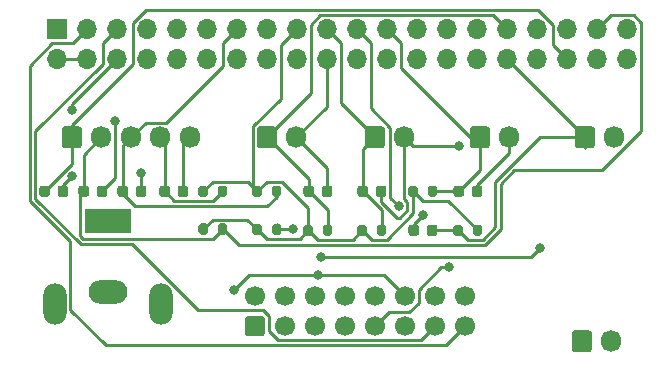
<source format=gbr>
%TF.GenerationSoftware,KiCad,Pcbnew,(5.1.9)-1*%
%TF.CreationDate,2021-05-20T14:11:39+09:00*%
%TF.ProjectId,LED-Matrix-PCB,4c45442d-4d61-4747-9269-782d5043422e,rev?*%
%TF.SameCoordinates,Original*%
%TF.FileFunction,Copper,L1,Top*%
%TF.FilePolarity,Positive*%
%FSLAX46Y46*%
G04 Gerber Fmt 4.6, Leading zero omitted, Abs format (unit mm)*
G04 Created by KiCad (PCBNEW (5.1.9)-1) date 2021-05-20 14:11:39*
%MOMM*%
%LPD*%
G01*
G04 APERTURE LIST*
%TA.AperFunction,ComponentPad*%
%ADD10O,1.700000X1.700000*%
%TD*%
%TA.AperFunction,ComponentPad*%
%ADD11R,1.700000X1.700000*%
%TD*%
%TA.AperFunction,ComponentPad*%
%ADD12O,1.700000X1.850000*%
%TD*%
%TA.AperFunction,ComponentPad*%
%ADD13C,1.700000*%
%TD*%
%TA.AperFunction,ComponentPad*%
%ADD14O,2.000000X3.500000*%
%TD*%
%TA.AperFunction,ComponentPad*%
%ADD15O,3.300000X2.000000*%
%TD*%
%TA.AperFunction,ComponentPad*%
%ADD16R,4.000000X2.000000*%
%TD*%
%TA.AperFunction,ViaPad*%
%ADD17C,0.800000*%
%TD*%
%TA.AperFunction,Conductor*%
%ADD18C,0.250000*%
%TD*%
G04 APERTURE END LIST*
D10*
%TO.P,J1,40*%
%TO.N,GPIO21*%
X155194000Y-76454000D03*
%TO.P,J1,39*%
%TO.N,GND*%
X155194000Y-73914000D03*
%TO.P,J1,38*%
%TO.N,GPIO20*%
X152654000Y-76454000D03*
%TO.P,J1,37*%
%TO.N,GPIO26*%
X152654000Y-73914000D03*
%TO.P,J1,36*%
%TO.N,GPIO16*%
X150114000Y-76454000D03*
%TO.P,J1,35*%
%TO.N,GPIO19*%
X150114000Y-73914000D03*
%TO.P,J1,34*%
%TO.N,GND*%
X147574000Y-76454000D03*
%TO.P,J1,33*%
%TO.N,GPIO13*%
X147574000Y-73914000D03*
%TO.P,J1,32*%
%TO.N,GPIO12*%
X145034000Y-76454000D03*
%TO.P,J1,31*%
%TO.N,GPIO6*%
X145034000Y-73914000D03*
%TO.P,J1,30*%
%TO.N,GND*%
X142494000Y-76454000D03*
%TO.P,J1,29*%
%TO.N,GPIO5*%
X142494000Y-73914000D03*
%TO.P,J1,28*%
%TO.N,GPIO1*%
X139954000Y-76454000D03*
%TO.P,J1,27*%
%TO.N,GPIO0*%
X139954000Y-73914000D03*
%TO.P,J1,26*%
%TO.N,GPIO7*%
X137414000Y-76454000D03*
%TO.P,J1,25*%
%TO.N,GND*%
X137414000Y-73914000D03*
%TO.P,J1,24*%
%TO.N,GPIO8*%
X134874000Y-76454000D03*
%TO.P,J1,23*%
%TO.N,GPIO11*%
X134874000Y-73914000D03*
%TO.P,J1,22*%
%TO.N,GPIO25*%
X132334000Y-76454000D03*
%TO.P,J1,21*%
%TO.N,GPIO9*%
X132334000Y-73914000D03*
%TO.P,J1,20*%
%TO.N,GND*%
X129794000Y-76454000D03*
%TO.P,J1,19*%
%TO.N,GPIO10*%
X129794000Y-73914000D03*
%TO.P,J1,18*%
%TO.N,GPIO24*%
X127254000Y-76454000D03*
%TO.P,J1,17*%
%TO.N,+3V3*%
X127254000Y-73914000D03*
%TO.P,J1,16*%
%TO.N,GPIO23*%
X124714000Y-76454000D03*
%TO.P,J1,15*%
%TO.N,GPIO22*%
X124714000Y-73914000D03*
%TO.P,J1,14*%
%TO.N,GND*%
X122174000Y-76454000D03*
%TO.P,J1,13*%
%TO.N,GPIO27*%
X122174000Y-73914000D03*
%TO.P,J1,12*%
%TO.N,GPIO18*%
X119634000Y-76454000D03*
%TO.P,J1,11*%
%TO.N,GPIO17*%
X119634000Y-73914000D03*
%TO.P,J1,10*%
%TO.N,GPIO15*%
X117094000Y-76454000D03*
%TO.P,J1,9*%
%TO.N,GND*%
X117094000Y-73914000D03*
%TO.P,J1,8*%
%TO.N,GPIO14*%
X114554000Y-76454000D03*
%TO.P,J1,7*%
%TO.N,GPIO4*%
X114554000Y-73914000D03*
%TO.P,J1,6*%
%TO.N,GND*%
X112014000Y-76454000D03*
%TO.P,J1,5*%
%TO.N,GPIO3*%
X112014000Y-73914000D03*
%TO.P,J1,4*%
%TO.N,+5V*%
X109474000Y-76454000D03*
%TO.P,J1,3*%
%TO.N,GPIO2*%
X109474000Y-73914000D03*
%TO.P,J1,2*%
%TO.N,+5V*%
X106934000Y-76454000D03*
D11*
%TO.P,J1,1*%
%TO.N,+3V3*%
X106934000Y-73914000D03*
%TD*%
D12*
%TO.P,Matrix_POWER,2*%
%TO.N,GND*%
X153884000Y-100330000D03*
%TO.P,Matrix_POWER,1*%
%TO.N,+5V*%
%TA.AperFunction,ComponentPad*%
G36*
G01*
X150534000Y-101005000D02*
X150534000Y-99655000D01*
G75*
G02*
X150784000Y-99405000I250000J0D01*
G01*
X151984000Y-99405000D01*
G75*
G02*
X152234000Y-99655000I0J-250000D01*
G01*
X152234000Y-101005000D01*
G75*
G02*
X151984000Y-101255000I-250000J0D01*
G01*
X150784000Y-101255000D01*
G75*
G02*
X150534000Y-101005000I0J250000D01*
G01*
G37*
%TD.AperFunction*%
%TD*%
%TO.P,R8,1*%
%TO.N,+3V3*%
%TA.AperFunction,SMDPad,CuDef*%
G36*
G01*
X142957000Y-90657000D02*
X142957000Y-91207000D01*
G75*
G02*
X142757000Y-91407000I-200000J0D01*
G01*
X142357000Y-91407000D01*
G75*
G02*
X142157000Y-91207000I0J200000D01*
G01*
X142157000Y-90657000D01*
G75*
G02*
X142357000Y-90457000I200000J0D01*
G01*
X142757000Y-90457000D01*
G75*
G02*
X142957000Y-90657000I0J-200000D01*
G01*
G37*
%TD.AperFunction*%
%TO.P,R8,2*%
%TO.N,GPIO12*%
%TA.AperFunction,SMDPad,CuDef*%
G36*
G01*
X141307000Y-90657000D02*
X141307000Y-91207000D01*
G75*
G02*
X141107000Y-91407000I-200000J0D01*
G01*
X140707000Y-91407000D01*
G75*
G02*
X140507000Y-91207000I0J200000D01*
G01*
X140507000Y-90657000D01*
G75*
G02*
X140707000Y-90457000I200000J0D01*
G01*
X141107000Y-90457000D01*
G75*
G02*
X141307000Y-90657000I0J-200000D01*
G01*
G37*
%TD.AperFunction*%
%TD*%
%TO.P,R7,1*%
%TO.N,+3V3*%
%TA.AperFunction,SMDPad,CuDef*%
G36*
G01*
X123489000Y-91130800D02*
X123489000Y-90580800D01*
G75*
G02*
X123689000Y-90380800I200000J0D01*
G01*
X124089000Y-90380800D01*
G75*
G02*
X124289000Y-90580800I0J-200000D01*
G01*
X124289000Y-91130800D01*
G75*
G02*
X124089000Y-91330800I-200000J0D01*
G01*
X123689000Y-91330800D01*
G75*
G02*
X123489000Y-91130800I0J200000D01*
G01*
G37*
%TD.AperFunction*%
%TO.P,R7,2*%
%TO.N,GPIO16*%
%TA.AperFunction,SMDPad,CuDef*%
G36*
G01*
X125139000Y-91130800D02*
X125139000Y-90580800D01*
G75*
G02*
X125339000Y-90380800I200000J0D01*
G01*
X125739000Y-90380800D01*
G75*
G02*
X125939000Y-90580800I0J-200000D01*
G01*
X125939000Y-91130800D01*
G75*
G02*
X125739000Y-91330800I-200000J0D01*
G01*
X125339000Y-91330800D01*
G75*
G02*
X125139000Y-91130800I0J200000D01*
G01*
G37*
%TD.AperFunction*%
%TD*%
%TO.P,R6,1*%
%TO.N,+3V3*%
%TA.AperFunction,SMDPad,CuDef*%
G36*
G01*
X118917000Y-91105400D02*
X118917000Y-90555400D01*
G75*
G02*
X119117000Y-90355400I200000J0D01*
G01*
X119517000Y-90355400D01*
G75*
G02*
X119717000Y-90555400I0J-200000D01*
G01*
X119717000Y-91105400D01*
G75*
G02*
X119517000Y-91305400I-200000J0D01*
G01*
X119117000Y-91305400D01*
G75*
G02*
X118917000Y-91105400I0J200000D01*
G01*
G37*
%TD.AperFunction*%
%TO.P,R6,2*%
%TO.N,GPIO26*%
%TA.AperFunction,SMDPad,CuDef*%
G36*
G01*
X120567000Y-91105400D02*
X120567000Y-90555400D01*
G75*
G02*
X120767000Y-90355400I200000J0D01*
G01*
X121167000Y-90355400D01*
G75*
G02*
X121367000Y-90555400I0J-200000D01*
G01*
X121367000Y-91105400D01*
G75*
G02*
X121167000Y-91305400I-200000J0D01*
G01*
X120767000Y-91305400D01*
G75*
G02*
X120567000Y-91105400I0J200000D01*
G01*
G37*
%TD.AperFunction*%
%TD*%
%TO.P,R5,1*%
%TO.N,+3V3*%
%TA.AperFunction,SMDPad,CuDef*%
G36*
G01*
X123489000Y-87905000D02*
X123489000Y-87355000D01*
G75*
G02*
X123689000Y-87155000I200000J0D01*
G01*
X124089000Y-87155000D01*
G75*
G02*
X124289000Y-87355000I0J-200000D01*
G01*
X124289000Y-87905000D01*
G75*
G02*
X124089000Y-88105000I-200000J0D01*
G01*
X123689000Y-88105000D01*
G75*
G02*
X123489000Y-87905000I0J200000D01*
G01*
G37*
%TD.AperFunction*%
%TO.P,R5,2*%
%TO.N,GPIO27*%
%TA.AperFunction,SMDPad,CuDef*%
G36*
G01*
X125139000Y-87905000D02*
X125139000Y-87355000D01*
G75*
G02*
X125339000Y-87155000I200000J0D01*
G01*
X125739000Y-87155000D01*
G75*
G02*
X125939000Y-87355000I0J-200000D01*
G01*
X125939000Y-87905000D01*
G75*
G02*
X125739000Y-88105000I-200000J0D01*
G01*
X125339000Y-88105000D01*
G75*
G02*
X125139000Y-87905000I0J200000D01*
G01*
G37*
%TD.AperFunction*%
%TD*%
%TO.P,R4,1*%
%TO.N,+3V3*%
%TA.AperFunction,SMDPad,CuDef*%
G36*
G01*
X118917000Y-87905000D02*
X118917000Y-87355000D01*
G75*
G02*
X119117000Y-87155000I200000J0D01*
G01*
X119517000Y-87155000D01*
G75*
G02*
X119717000Y-87355000I0J-200000D01*
G01*
X119717000Y-87905000D01*
G75*
G02*
X119517000Y-88105000I-200000J0D01*
G01*
X119117000Y-88105000D01*
G75*
G02*
X118917000Y-87905000I0J200000D01*
G01*
G37*
%TD.AperFunction*%
%TO.P,R4,2*%
%TO.N,GPIO5*%
%TA.AperFunction,SMDPad,CuDef*%
G36*
G01*
X120567000Y-87905000D02*
X120567000Y-87355000D01*
G75*
G02*
X120767000Y-87155000I200000J0D01*
G01*
X121167000Y-87155000D01*
G75*
G02*
X121367000Y-87355000I0J-200000D01*
G01*
X121367000Y-87905000D01*
G75*
G02*
X121167000Y-88105000I-200000J0D01*
G01*
X120767000Y-88105000D01*
G75*
G02*
X120567000Y-87905000I0J200000D01*
G01*
G37*
%TD.AperFunction*%
%TD*%
%TO.P,R3,1*%
%TO.N,+3V3*%
%TA.AperFunction,SMDPad,CuDef*%
G36*
G01*
X136697000Y-87905000D02*
X136697000Y-87355000D01*
G75*
G02*
X136897000Y-87155000I200000J0D01*
G01*
X137297000Y-87155000D01*
G75*
G02*
X137497000Y-87355000I0J-200000D01*
G01*
X137497000Y-87905000D01*
G75*
G02*
X137297000Y-88105000I-200000J0D01*
G01*
X136897000Y-88105000D01*
G75*
G02*
X136697000Y-87905000I0J200000D01*
G01*
G37*
%TD.AperFunction*%
%TO.P,R3,2*%
%TO.N,GPIO11*%
%TA.AperFunction,SMDPad,CuDef*%
G36*
G01*
X138347000Y-87905000D02*
X138347000Y-87355000D01*
G75*
G02*
X138547000Y-87155000I200000J0D01*
G01*
X138947000Y-87155000D01*
G75*
G02*
X139147000Y-87355000I0J-200000D01*
G01*
X139147000Y-87905000D01*
G75*
G02*
X138947000Y-88105000I-200000J0D01*
G01*
X138547000Y-88105000D01*
G75*
G02*
X138347000Y-87905000I0J200000D01*
G01*
G37*
%TD.AperFunction*%
%TD*%
%TO.P,R2,1*%
%TO.N,+3V3*%
%TA.AperFunction,SMDPad,CuDef*%
G36*
G01*
X132379000Y-91207000D02*
X132379000Y-90657000D01*
G75*
G02*
X132579000Y-90457000I200000J0D01*
G01*
X132979000Y-90457000D01*
G75*
G02*
X133179000Y-90657000I0J-200000D01*
G01*
X133179000Y-91207000D01*
G75*
G02*
X132979000Y-91407000I-200000J0D01*
G01*
X132579000Y-91407000D01*
G75*
G02*
X132379000Y-91207000I0J200000D01*
G01*
G37*
%TD.AperFunction*%
%TO.P,R2,2*%
%TO.N,GPIO10*%
%TA.AperFunction,SMDPad,CuDef*%
G36*
G01*
X134029000Y-91207000D02*
X134029000Y-90657000D01*
G75*
G02*
X134229000Y-90457000I200000J0D01*
G01*
X134629000Y-90457000D01*
G75*
G02*
X134829000Y-90657000I0J-200000D01*
G01*
X134829000Y-91207000D01*
G75*
G02*
X134629000Y-91407000I-200000J0D01*
G01*
X134229000Y-91407000D01*
G75*
G02*
X134029000Y-91207000I0J200000D01*
G01*
G37*
%TD.AperFunction*%
%TD*%
%TO.P,R1,1*%
%TO.N,+3V3*%
%TA.AperFunction,SMDPad,CuDef*%
G36*
G01*
X127807000Y-91207000D02*
X127807000Y-90657000D01*
G75*
G02*
X128007000Y-90457000I200000J0D01*
G01*
X128407000Y-90457000D01*
G75*
G02*
X128607000Y-90657000I0J-200000D01*
G01*
X128607000Y-91207000D01*
G75*
G02*
X128407000Y-91407000I-200000J0D01*
G01*
X128007000Y-91407000D01*
G75*
G02*
X127807000Y-91207000I0J200000D01*
G01*
G37*
%TD.AperFunction*%
%TO.P,R1,2*%
%TO.N,GPIO6*%
%TA.AperFunction,SMDPad,CuDef*%
G36*
G01*
X129457000Y-91207000D02*
X129457000Y-90657000D01*
G75*
G02*
X129657000Y-90457000I200000J0D01*
G01*
X130057000Y-90457000D01*
G75*
G02*
X130257000Y-90657000I0J-200000D01*
G01*
X130257000Y-91207000D01*
G75*
G02*
X130057000Y-91407000I-200000J0D01*
G01*
X129657000Y-91407000D01*
G75*
G02*
X129457000Y-91207000I0J200000D01*
G01*
G37*
%TD.AperFunction*%
%TD*%
%TO.P,J8,2*%
%TO.N,GND*%
X154138000Y-83058000D03*
%TO.P,J8,1*%
%TO.N,GPIO12*%
%TA.AperFunction,ComponentPad*%
G36*
G01*
X150788000Y-83733000D02*
X150788000Y-82383000D01*
G75*
G02*
X151038000Y-82133000I250000J0D01*
G01*
X152238000Y-82133000D01*
G75*
G02*
X152488000Y-82383000I0J-250000D01*
G01*
X152488000Y-83733000D01*
G75*
G02*
X152238000Y-83983000I-250000J0D01*
G01*
X151038000Y-83983000D01*
G75*
G02*
X150788000Y-83733000I0J250000D01*
G01*
G37*
%TD.AperFunction*%
%TD*%
%TO.P,J7,1*%
%TO.N,GPIO16*%
%TA.AperFunction,ComponentPad*%
G36*
G01*
X107354000Y-83733000D02*
X107354000Y-82383000D01*
G75*
G02*
X107604000Y-82133000I250000J0D01*
G01*
X108804000Y-82133000D01*
G75*
G02*
X109054000Y-82383000I0J-250000D01*
G01*
X109054000Y-83733000D01*
G75*
G02*
X108804000Y-83983000I-250000J0D01*
G01*
X107604000Y-83983000D01*
G75*
G02*
X107354000Y-83733000I0J250000D01*
G01*
G37*
%TD.AperFunction*%
%TO.P,J7,2*%
%TO.N,GPIO26*%
X110704000Y-83058000D03*
%TO.P,J7,3*%
%TO.N,GPIO27*%
X113204000Y-83058000D03*
%TO.P,J7,4*%
%TO.N,GPIO5*%
X115704000Y-83058000D03*
%TO.P,J7,5*%
%TO.N,GND*%
X118204000Y-83058000D03*
%TD*%
%TO.P,J6,1*%
%TO.N,GPIO11*%
%TA.AperFunction,ComponentPad*%
G36*
G01*
X141898000Y-83733000D02*
X141898000Y-82383000D01*
G75*
G02*
X142148000Y-82133000I250000J0D01*
G01*
X143348000Y-82133000D01*
G75*
G02*
X143598000Y-82383000I0J-250000D01*
G01*
X143598000Y-83733000D01*
G75*
G02*
X143348000Y-83983000I-250000J0D01*
G01*
X142148000Y-83983000D01*
G75*
G02*
X141898000Y-83733000I0J250000D01*
G01*
G37*
%TD.AperFunction*%
%TO.P,J6,2*%
%TO.N,GND*%
X145248000Y-83058000D03*
%TD*%
%TO.P,J5,1*%
%TO.N,GPIO10*%
%TA.AperFunction,ComponentPad*%
G36*
G01*
X133008000Y-83733000D02*
X133008000Y-82383000D01*
G75*
G02*
X133258000Y-82133000I250000J0D01*
G01*
X134458000Y-82133000D01*
G75*
G02*
X134708000Y-82383000I0J-250000D01*
G01*
X134708000Y-83733000D01*
G75*
G02*
X134458000Y-83983000I-250000J0D01*
G01*
X133258000Y-83983000D01*
G75*
G02*
X133008000Y-83733000I0J250000D01*
G01*
G37*
%TD.AperFunction*%
%TO.P,J5,2*%
%TO.N,GND*%
X136358000Y-83058000D03*
%TD*%
%TO.P,LED_Matrix,1*%
%TO.N,GPIO17*%
%TA.AperFunction,ComponentPad*%
G36*
G01*
X124298000Y-99910000D02*
X123098000Y-99910000D01*
G75*
G02*
X122848000Y-99660000I0J250000D01*
G01*
X122848000Y-98460000D01*
G75*
G02*
X123098000Y-98210000I250000J0D01*
G01*
X124298000Y-98210000D01*
G75*
G02*
X124548000Y-98460000I0J-250000D01*
G01*
X124548000Y-99660000D01*
G75*
G02*
X124298000Y-99910000I-250000J0D01*
G01*
G37*
%TD.AperFunction*%
D13*
%TO.P,LED_Matrix,3*%
%TO.N,GPIO22*%
X126238000Y-99060000D03*
%TO.P,LED_Matrix,5*%
%TO.N,GPIO23*%
X128778000Y-99060000D03*
%TO.P,LED_Matrix,7*%
%TO.N,GPIO25*%
X131318000Y-99060000D03*
%TO.P,LED_Matrix,9*%
%TO.N,GPIO7*%
X133858000Y-99060000D03*
%TO.P,LED_Matrix,11*%
%TO.N,GPIO9*%
X136398000Y-99060000D03*
%TO.P,LED_Matrix,13*%
%TO.N,GPIO3*%
X138938000Y-99060000D03*
%TO.P,LED_Matrix,15*%
%TO.N,GPIO2*%
X141478000Y-99060000D03*
%TO.P,LED_Matrix,2*%
%TO.N,GPIO18*%
X123698000Y-96520000D03*
%TO.P,LED_Matrix,4*%
%TO.N,GND*%
X126238000Y-96520000D03*
%TO.P,LED_Matrix,6*%
%TO.N,GPIO24*%
X128778000Y-96520000D03*
%TO.P,LED_Matrix,8*%
%TO.N,GND*%
X131318000Y-96520000D03*
%TO.P,LED_Matrix,10*%
%TO.N,GPIO8*%
X133858000Y-96520000D03*
%TO.P,LED_Matrix,12*%
%TO.N,GND*%
X136398000Y-96520000D03*
%TO.P,LED_Matrix,14*%
%TO.N,GPIO4*%
X138938000Y-96520000D03*
%TO.P,LED_Matrix,16*%
%TO.N,GND*%
X141478000Y-96520000D03*
%TD*%
%TO.P,J3,1*%
%TO.N,GPIO6*%
%TA.AperFunction,ComponentPad*%
G36*
G01*
X123864000Y-83733000D02*
X123864000Y-82383000D01*
G75*
G02*
X124114000Y-82133000I250000J0D01*
G01*
X125314000Y-82133000D01*
G75*
G02*
X125564000Y-82383000I0J-250000D01*
G01*
X125564000Y-83733000D01*
G75*
G02*
X125314000Y-83983000I-250000J0D01*
G01*
X124114000Y-83983000D01*
G75*
G02*
X123864000Y-83733000I0J250000D01*
G01*
G37*
%TD.AperFunction*%
D12*
%TO.P,J3,2*%
%TO.N,GND*%
X127214000Y-83058000D03*
%TD*%
D14*
%TO.P,J2,MP*%
%TO.N,N/C*%
X115752000Y-97170000D03*
X106752000Y-97170000D03*
D15*
%TO.P,J2,2*%
%TO.N,GND*%
X111252000Y-96170000D03*
D16*
%TO.P,J2,1*%
%TO.N,+5V*%
X111252000Y-90170000D03*
%TD*%
%TO.P,C8,1*%
%TO.N,GPIO12*%
%TA.AperFunction,SMDPad,CuDef*%
G36*
G01*
X139147000Y-90682000D02*
X139147000Y-91182000D01*
G75*
G02*
X138922000Y-91407000I-225000J0D01*
G01*
X138472000Y-91407000D01*
G75*
G02*
X138247000Y-91182000I0J225000D01*
G01*
X138247000Y-90682000D01*
G75*
G02*
X138472000Y-90457000I225000J0D01*
G01*
X138922000Y-90457000D01*
G75*
G02*
X139147000Y-90682000I0J-225000D01*
G01*
G37*
%TD.AperFunction*%
%TO.P,C8,2*%
%TO.N,GND*%
%TA.AperFunction,SMDPad,CuDef*%
G36*
G01*
X137597000Y-90682000D02*
X137597000Y-91182000D01*
G75*
G02*
X137372000Y-91407000I-225000J0D01*
G01*
X136922000Y-91407000D01*
G75*
G02*
X136697000Y-91182000I0J225000D01*
G01*
X136697000Y-90682000D01*
G75*
G02*
X136922000Y-90457000I225000J0D01*
G01*
X137372000Y-90457000D01*
G75*
G02*
X137597000Y-90682000I0J-225000D01*
G01*
G37*
%TD.AperFunction*%
%TD*%
%TO.P,C7,1*%
%TO.N,GPIO16*%
%TA.AperFunction,SMDPad,CuDef*%
G36*
G01*
X105442000Y-87880000D02*
X105442000Y-87380000D01*
G75*
G02*
X105667000Y-87155000I225000J0D01*
G01*
X106117000Y-87155000D01*
G75*
G02*
X106342000Y-87380000I0J-225000D01*
G01*
X106342000Y-87880000D01*
G75*
G02*
X106117000Y-88105000I-225000J0D01*
G01*
X105667000Y-88105000D01*
G75*
G02*
X105442000Y-87880000I0J225000D01*
G01*
G37*
%TD.AperFunction*%
%TO.P,C7,2*%
%TO.N,GND*%
%TA.AperFunction,SMDPad,CuDef*%
G36*
G01*
X106992000Y-87880000D02*
X106992000Y-87380000D01*
G75*
G02*
X107217000Y-87155000I225000J0D01*
G01*
X107667000Y-87155000D01*
G75*
G02*
X107892000Y-87380000I0J-225000D01*
G01*
X107892000Y-87880000D01*
G75*
G02*
X107667000Y-88105000I-225000J0D01*
G01*
X107217000Y-88105000D01*
G75*
G02*
X106992000Y-87880000I0J225000D01*
G01*
G37*
%TD.AperFunction*%
%TD*%
%TO.P,C6,1*%
%TO.N,GPIO26*%
%TA.AperFunction,SMDPad,CuDef*%
G36*
G01*
X108757000Y-87880000D02*
X108757000Y-87380000D01*
G75*
G02*
X108982000Y-87155000I225000J0D01*
G01*
X109432000Y-87155000D01*
G75*
G02*
X109657000Y-87380000I0J-225000D01*
G01*
X109657000Y-87880000D01*
G75*
G02*
X109432000Y-88105000I-225000J0D01*
G01*
X108982000Y-88105000D01*
G75*
G02*
X108757000Y-87880000I0J225000D01*
G01*
G37*
%TD.AperFunction*%
%TO.P,C6,2*%
%TO.N,GND*%
%TA.AperFunction,SMDPad,CuDef*%
G36*
G01*
X110307000Y-87880000D02*
X110307000Y-87380000D01*
G75*
G02*
X110532000Y-87155000I225000J0D01*
G01*
X110982000Y-87155000D01*
G75*
G02*
X111207000Y-87380000I0J-225000D01*
G01*
X111207000Y-87880000D01*
G75*
G02*
X110982000Y-88105000I-225000J0D01*
G01*
X110532000Y-88105000D01*
G75*
G02*
X110307000Y-87880000I0J225000D01*
G01*
G37*
%TD.AperFunction*%
%TD*%
%TO.P,C5,1*%
%TO.N,GPIO27*%
%TA.AperFunction,SMDPad,CuDef*%
G36*
G01*
X112059000Y-87880000D02*
X112059000Y-87380000D01*
G75*
G02*
X112284000Y-87155000I225000J0D01*
G01*
X112734000Y-87155000D01*
G75*
G02*
X112959000Y-87380000I0J-225000D01*
G01*
X112959000Y-87880000D01*
G75*
G02*
X112734000Y-88105000I-225000J0D01*
G01*
X112284000Y-88105000D01*
G75*
G02*
X112059000Y-87880000I0J225000D01*
G01*
G37*
%TD.AperFunction*%
%TO.P,C5,2*%
%TO.N,GND*%
%TA.AperFunction,SMDPad,CuDef*%
G36*
G01*
X113609000Y-87880000D02*
X113609000Y-87380000D01*
G75*
G02*
X113834000Y-87155000I225000J0D01*
G01*
X114284000Y-87155000D01*
G75*
G02*
X114509000Y-87380000I0J-225000D01*
G01*
X114509000Y-87880000D01*
G75*
G02*
X114284000Y-88105000I-225000J0D01*
G01*
X113834000Y-88105000D01*
G75*
G02*
X113609000Y-87880000I0J225000D01*
G01*
G37*
%TD.AperFunction*%
%TD*%
%TO.P,C4,1*%
%TO.N,GPIO5*%
%TA.AperFunction,SMDPad,CuDef*%
G36*
G01*
X115602000Y-87880000D02*
X115602000Y-87380000D01*
G75*
G02*
X115827000Y-87155000I225000J0D01*
G01*
X116277000Y-87155000D01*
G75*
G02*
X116502000Y-87380000I0J-225000D01*
G01*
X116502000Y-87880000D01*
G75*
G02*
X116277000Y-88105000I-225000J0D01*
G01*
X115827000Y-88105000D01*
G75*
G02*
X115602000Y-87880000I0J225000D01*
G01*
G37*
%TD.AperFunction*%
%TO.P,C4,2*%
%TO.N,GND*%
%TA.AperFunction,SMDPad,CuDef*%
G36*
G01*
X117152000Y-87880000D02*
X117152000Y-87380000D01*
G75*
G02*
X117377000Y-87155000I225000J0D01*
G01*
X117827000Y-87155000D01*
G75*
G02*
X118052000Y-87380000I0J-225000D01*
G01*
X118052000Y-87880000D01*
G75*
G02*
X117827000Y-88105000I-225000J0D01*
G01*
X117377000Y-88105000D01*
G75*
G02*
X117152000Y-87880000I0J225000D01*
G01*
G37*
%TD.AperFunction*%
%TD*%
%TO.P,C3,1*%
%TO.N,GPIO11*%
%TA.AperFunction,SMDPad,CuDef*%
G36*
G01*
X140507000Y-87880000D02*
X140507000Y-87380000D01*
G75*
G02*
X140732000Y-87155000I225000J0D01*
G01*
X141182000Y-87155000D01*
G75*
G02*
X141407000Y-87380000I0J-225000D01*
G01*
X141407000Y-87880000D01*
G75*
G02*
X141182000Y-88105000I-225000J0D01*
G01*
X140732000Y-88105000D01*
G75*
G02*
X140507000Y-87880000I0J225000D01*
G01*
G37*
%TD.AperFunction*%
%TO.P,C3,2*%
%TO.N,GND*%
%TA.AperFunction,SMDPad,CuDef*%
G36*
G01*
X142057000Y-87880000D02*
X142057000Y-87380000D01*
G75*
G02*
X142282000Y-87155000I225000J0D01*
G01*
X142732000Y-87155000D01*
G75*
G02*
X142957000Y-87380000I0J-225000D01*
G01*
X142957000Y-87880000D01*
G75*
G02*
X142732000Y-88105000I-225000J0D01*
G01*
X142282000Y-88105000D01*
G75*
G02*
X142057000Y-87880000I0J225000D01*
G01*
G37*
%TD.AperFunction*%
%TD*%
%TO.P,C2,1*%
%TO.N,GPIO10*%
%TA.AperFunction,SMDPad,CuDef*%
G36*
G01*
X132379000Y-87880000D02*
X132379000Y-87380000D01*
G75*
G02*
X132604000Y-87155000I225000J0D01*
G01*
X133054000Y-87155000D01*
G75*
G02*
X133279000Y-87380000I0J-225000D01*
G01*
X133279000Y-87880000D01*
G75*
G02*
X133054000Y-88105000I-225000J0D01*
G01*
X132604000Y-88105000D01*
G75*
G02*
X132379000Y-87880000I0J225000D01*
G01*
G37*
%TD.AperFunction*%
%TO.P,C2,2*%
%TO.N,GND*%
%TA.AperFunction,SMDPad,CuDef*%
G36*
G01*
X133929000Y-87880000D02*
X133929000Y-87380000D01*
G75*
G02*
X134154000Y-87155000I225000J0D01*
G01*
X134604000Y-87155000D01*
G75*
G02*
X134829000Y-87380000I0J-225000D01*
G01*
X134829000Y-87880000D01*
G75*
G02*
X134604000Y-88105000I-225000J0D01*
G01*
X134154000Y-88105000D01*
G75*
G02*
X133929000Y-87880000I0J225000D01*
G01*
G37*
%TD.AperFunction*%
%TD*%
%TO.P,C1,1*%
%TO.N,GPIO6*%
%TA.AperFunction,SMDPad,CuDef*%
G36*
G01*
X127807000Y-87880000D02*
X127807000Y-87380000D01*
G75*
G02*
X128032000Y-87155000I225000J0D01*
G01*
X128482000Y-87155000D01*
G75*
G02*
X128707000Y-87380000I0J-225000D01*
G01*
X128707000Y-87880000D01*
G75*
G02*
X128482000Y-88105000I-225000J0D01*
G01*
X128032000Y-88105000D01*
G75*
G02*
X127807000Y-87880000I0J225000D01*
G01*
G37*
%TD.AperFunction*%
%TO.P,C1,2*%
%TO.N,GND*%
%TA.AperFunction,SMDPad,CuDef*%
G36*
G01*
X129357000Y-87880000D02*
X129357000Y-87380000D01*
G75*
G02*
X129582000Y-87155000I225000J0D01*
G01*
X130032000Y-87155000D01*
G75*
G02*
X130257000Y-87380000I0J-225000D01*
G01*
X130257000Y-87880000D01*
G75*
G02*
X130032000Y-88105000I-225000J0D01*
G01*
X129582000Y-88105000D01*
G75*
G02*
X129357000Y-87880000I0J225000D01*
G01*
G37*
%TD.AperFunction*%
%TD*%
D17*
%TO.N,GND*%
X108204000Y-86360000D03*
X111879010Y-81668990D03*
X114059000Y-86119000D03*
X108204000Y-80772000D03*
X140970000Y-83820000D03*
X137922000Y-89662000D03*
X129032000Y-94742000D03*
X121920000Y-96012000D03*
%TO.N,GPIO16*%
X126923800Y-90855800D03*
X129286000Y-93218000D03*
X147828000Y-92456000D03*
%TO.N,GPIO7*%
X140113001Y-94074999D03*
%TO.N,GPIO9*%
X135890000Y-88900000D03*
%TD*%
D18*
%TO.N,GND*%
X117602000Y-83660000D02*
X118204000Y-83058000D01*
X117602000Y-87630000D02*
X117602000Y-83660000D01*
X107442000Y-87630000D02*
X107442000Y-87122000D01*
X107442000Y-87122000D02*
X108204000Y-86360000D01*
X108204000Y-86360000D02*
X108204000Y-86360000D01*
X129807000Y-85651000D02*
X129807000Y-87630000D01*
X127214000Y-83058000D02*
X129807000Y-85651000D01*
X129794000Y-80478000D02*
X127214000Y-83058000D01*
X129794000Y-76454000D02*
X129794000Y-80478000D01*
X142507000Y-87630000D02*
X142507000Y-87109000D01*
X145248000Y-84368000D02*
X145248000Y-83058000D01*
X142507000Y-87109000D02*
X145248000Y-84368000D01*
X111879010Y-86507990D02*
X111879010Y-81668990D01*
X110757000Y-87630000D02*
X111879010Y-86507990D01*
X111879010Y-81668990D02*
X111879010Y-81668990D01*
X114059000Y-87630000D02*
X114059000Y-86119000D01*
X114059000Y-86119000D02*
X114059000Y-86119000D01*
X112014000Y-76454000D02*
X108458000Y-80010000D01*
X108204000Y-80264000D02*
X108458000Y-80010000D01*
X108204000Y-80772000D02*
X108204000Y-80264000D01*
X137120000Y-83820000D02*
X136358000Y-83058000D01*
X140970000Y-83820000D02*
X137120000Y-83820000D01*
X136358000Y-88294998D02*
X136358000Y-83058000D01*
X136615001Y-88551999D02*
X136358000Y-88294998D01*
X136615001Y-89248001D02*
X136615001Y-88551999D01*
X135947002Y-89916000D02*
X136615001Y-89248001D01*
X135751410Y-89916000D02*
X135947002Y-89916000D01*
X134379000Y-88543590D02*
X135751410Y-89916000D01*
X134379000Y-87630000D02*
X134379000Y-88543590D01*
X137147000Y-90437000D02*
X137922000Y-89662000D01*
X137147000Y-90932000D02*
X137147000Y-90437000D01*
X136398000Y-96520000D02*
X134620000Y-94742000D01*
X134620000Y-94742000D02*
X129032000Y-94742000D01*
X129032000Y-94742000D02*
X129032000Y-94742000D01*
X123190000Y-94742000D02*
X129032000Y-94742000D01*
X121920000Y-96012000D02*
X123190000Y-94742000D01*
%TO.N,GPIO6*%
X128257000Y-86601000D02*
X124714000Y-83058000D01*
X128257000Y-87630000D02*
X128257000Y-86601000D01*
X129857000Y-89230000D02*
X128257000Y-87630000D01*
X129857000Y-90932000D02*
X129857000Y-89230000D01*
X128429001Y-79342999D02*
X124714000Y-83058000D01*
X129229999Y-72738999D02*
X128429001Y-73539997D01*
X143858999Y-72738999D02*
X129229999Y-72738999D01*
X128429001Y-73539997D02*
X128429001Y-79342999D01*
X145034000Y-73914000D02*
X143858999Y-72738999D01*
%TO.N,GPIO10*%
X132829000Y-84087000D02*
X133858000Y-83058000D01*
X132829000Y-87630000D02*
X132829000Y-84087000D01*
X134429000Y-89230000D02*
X132829000Y-87630000D01*
X134429000Y-90932000D02*
X134429000Y-89230000D01*
X130969001Y-80169001D02*
X130969001Y-75089001D01*
X130969001Y-75089001D02*
X129794000Y-73914000D01*
X133858000Y-83058000D02*
X130969001Y-80169001D01*
%TO.N,GPIO11*%
X138747000Y-87630000D02*
X140957000Y-87630000D01*
X142748000Y-85839000D02*
X140957000Y-87630000D01*
X142748000Y-83058000D02*
X142748000Y-85839000D01*
X136049001Y-75089001D02*
X134874000Y-73914000D01*
X136049001Y-77209001D02*
X136049001Y-75089001D01*
X141898000Y-83058000D02*
X136049001Y-77209001D01*
X142748000Y-83058000D02*
X141898000Y-83058000D01*
%TO.N,GPIO5*%
X116052000Y-83406000D02*
X115704000Y-83058000D01*
X116052000Y-87630000D02*
X116052000Y-83406000D01*
X116852010Y-88430010D02*
X116052000Y-87630000D01*
X120166990Y-88430010D02*
X116852010Y-88430010D01*
X120967000Y-87630000D02*
X120166990Y-88430010D01*
%TO.N,GPIO27*%
X112509000Y-83753000D02*
X113204000Y-83058000D01*
X112509000Y-87630000D02*
X112509000Y-83753000D01*
X120998999Y-75089001D02*
X122174000Y-73914000D01*
X120998999Y-77018001D02*
X120998999Y-75089001D01*
X116209010Y-81807990D02*
X120998999Y-77018001D01*
X114454010Y-81807990D02*
X116209010Y-81807990D01*
X113204000Y-83058000D02*
X114454010Y-81807990D01*
X125539000Y-88105000D02*
X124744000Y-88900000D01*
X125539000Y-87630000D02*
X125539000Y-88105000D01*
X112509000Y-87841998D02*
X112509000Y-87630000D01*
X113567002Y-88900000D02*
X112509000Y-87841998D01*
X124744000Y-88900000D02*
X113567002Y-88900000D01*
%TO.N,GPIO26*%
X109207000Y-84555000D02*
X110704000Y-83058000D01*
X109207000Y-87630000D02*
X109207000Y-84555000D01*
X155758001Y-72738999D02*
X153829001Y-72738999D01*
X156369001Y-73349999D02*
X155758001Y-72738999D01*
X153829001Y-72738999D02*
X152654000Y-73914000D01*
X156369001Y-82563714D02*
X156369001Y-73349999D01*
X120967000Y-90830400D02*
X122318619Y-92182019D01*
X108926999Y-87910001D02*
X109207000Y-87630000D01*
X108926999Y-91430001D02*
X108926999Y-87910001D01*
X109127408Y-91630410D02*
X108926999Y-91430001D01*
X120166990Y-91630410D02*
X109127408Y-91630410D01*
X120967000Y-90830400D02*
X120166990Y-91630410D01*
X156369001Y-82563714D02*
X153080715Y-85852000D01*
X153080715Y-85852000D02*
X145670410Y-85852000D01*
X145670410Y-85852000D02*
X144506019Y-87016391D01*
X143160869Y-92182019D02*
X122318619Y-92182019D01*
X144506019Y-90836869D02*
X143160869Y-92182019D01*
X144506019Y-87016391D02*
X144506019Y-90836869D01*
%TO.N,GPIO16*%
X108204000Y-85318000D02*
X105892000Y-87630000D01*
X108204000Y-83058000D02*
X108204000Y-85318000D01*
X125539000Y-90855800D02*
X125539000Y-90361000D01*
X148938999Y-75278999D02*
X150114000Y-76454000D01*
X148938999Y-73539997D02*
X148938999Y-75278999D01*
X147687991Y-72288989D02*
X148938999Y-73539997D01*
X114440009Y-72288989D02*
X147687991Y-72288989D01*
X113378999Y-73349999D02*
X114440009Y-72288989D01*
X113378999Y-76867001D02*
X113378999Y-73349999D01*
X108204000Y-82042000D02*
X113378999Y-76867001D01*
X108204000Y-83058000D02*
X108204000Y-82042000D01*
X125539000Y-90855800D02*
X126923800Y-90855800D01*
X126923800Y-90855800D02*
X126923800Y-90855800D01*
X129286000Y-93218000D02*
X147066000Y-93218000D01*
X147066000Y-93218000D02*
X147828000Y-92456000D01*
X147828000Y-92456000D02*
X147828000Y-92456000D01*
%TO.N,GPIO12*%
X140907000Y-90932000D02*
X138697000Y-90932000D01*
X151638000Y-83983000D02*
X151638000Y-83058000D01*
X151638000Y-83058000D02*
X145034000Y-76454000D01*
X151638000Y-83058000D02*
X147828000Y-83058000D01*
X147828000Y-83058000D02*
X144018000Y-86868000D01*
X141707010Y-91732010D02*
X140907000Y-90932000D01*
X142974468Y-91732010D02*
X141707010Y-91732010D01*
X144018000Y-90688478D02*
X142974468Y-91732010D01*
X144018000Y-86868000D02*
X144018000Y-90688478D01*
%TO.N,GPIO7*%
X135033001Y-97884999D02*
X133858000Y-99060000D01*
X136772003Y-97884999D02*
X135033001Y-97884999D01*
X137573001Y-97084001D02*
X136772003Y-97884999D01*
X137573001Y-95955999D02*
X137573001Y-97084001D01*
X139454001Y-94074999D02*
X137573001Y-95955999D01*
X140113001Y-94074999D02*
X139454001Y-94074999D01*
%TO.N,GPIO9*%
X135154010Y-82265820D02*
X135154010Y-88164010D01*
X133509001Y-80620811D02*
X135154010Y-82265820D01*
X133509001Y-75089001D02*
X133509001Y-80620811D01*
X132334000Y-73914000D02*
X133509001Y-75089001D01*
X135154010Y-88164010D02*
X135890000Y-88900000D01*
X135890000Y-88900000D02*
X135890000Y-88900000D01*
%TO.N,+3V3*%
X123088990Y-86829990D02*
X123889000Y-87630000D01*
X120117010Y-86829990D02*
X123088990Y-86829990D01*
X119317000Y-87630000D02*
X120117010Y-86829990D01*
X128207000Y-89080522D02*
X128207000Y-90932000D01*
X125956468Y-86829990D02*
X128207000Y-89080522D01*
X124689010Y-86829990D02*
X125956468Y-86829990D01*
X123889000Y-87630000D02*
X124689010Y-86829990D01*
X124689010Y-91655810D02*
X123889000Y-90855800D01*
X127483190Y-91655810D02*
X124689010Y-91655810D01*
X128207000Y-90932000D02*
X127483190Y-91655810D01*
X123063590Y-90030390D02*
X123889000Y-90855800D01*
X120117010Y-90030390D02*
X123063590Y-90030390D01*
X119317000Y-90830400D02*
X120117010Y-90030390D01*
X131978990Y-91732010D02*
X129007010Y-91732010D01*
X129007010Y-91732010D02*
X128207000Y-90932000D01*
X132779000Y-90932000D02*
X131978990Y-91732010D01*
X137097000Y-89481478D02*
X137097000Y-87630000D01*
X134846468Y-91732010D02*
X137097000Y-89481478D01*
X133579010Y-91732010D02*
X134846468Y-91732010D01*
X132779000Y-90932000D02*
X133579010Y-91732010D01*
X140055010Y-88430010D02*
X142557000Y-90932000D01*
X137897010Y-88430010D02*
X140055010Y-88430010D01*
X137097000Y-87630000D02*
X137897010Y-88430010D01*
X123538990Y-87279990D02*
X123889000Y-87630000D01*
X123538990Y-82144820D02*
X123538990Y-87279990D01*
X125889001Y-75278999D02*
X125889001Y-79794809D01*
X125889001Y-79794809D02*
X123538990Y-82144820D01*
X127254000Y-73914000D02*
X125889001Y-75278999D01*
%TO.N,GPIO3*%
X110838999Y-76828003D02*
X110838999Y-75089001D01*
X105116990Y-82550012D02*
X110838999Y-76828003D01*
X105116990Y-88256402D02*
X105116990Y-82550012D01*
X108941007Y-92080419D02*
X105116990Y-88256402D01*
X124346191Y-97695001D02*
X118900848Y-97695001D01*
X113286267Y-92080420D02*
X108941007Y-92080419D01*
X124873010Y-99434012D02*
X124873010Y-98221820D01*
X118900848Y-97695001D02*
X113286267Y-92080420D01*
X125673999Y-100235001D02*
X124873010Y-99434012D01*
X110838999Y-75089001D02*
X112014000Y-73914000D01*
X137762999Y-100235001D02*
X125673999Y-100235001D01*
X124873010Y-98221820D02*
X124346191Y-97695001D01*
X138938000Y-99060000D02*
X137762999Y-100235001D01*
%TO.N,+5V*%
X106934000Y-76454000D02*
X109474000Y-76454000D01*
%TO.N,GPIO2*%
X106559997Y-75089001D02*
X108298999Y-75089001D01*
X104666980Y-76982018D02*
X106559997Y-75089001D01*
X104666980Y-88442802D02*
X104666980Y-76982018D01*
X108077010Y-91852832D02*
X104666980Y-88442802D01*
X108077010Y-97660012D02*
X108077010Y-91852832D01*
X111102009Y-100685011D02*
X108077010Y-97660012D01*
X139852989Y-100685011D02*
X111102009Y-100685011D01*
X108298999Y-75089001D02*
X109474000Y-73914000D01*
X141478000Y-99060000D02*
X139852989Y-100685011D01*
%TD*%
M02*

</source>
